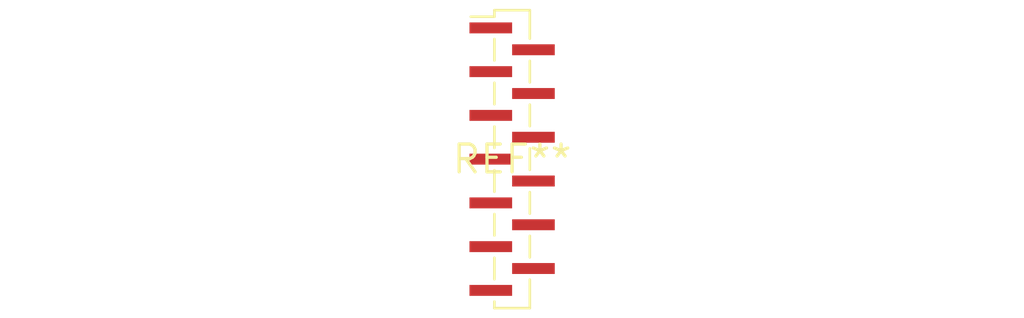
<source format=kicad_pcb>
(kicad_pcb (version 20240108) (generator pcbnew)
  (layers (0 "F.Cu" signal) (31 "B.Cu" signal) (34 "B.Paste" user) (35 "F.Paste" user) (36 "B.SilkS" user "B.Silkscreen") (37 "F.SilkS" user "F.Silkscreen") (38 "B.Mask" user) (39 "F.Mask" user) (44 "Edge.Cuts" user))
  (net 0 "")
  (footprint "PinSocket_1x13_P1.00mm_Vertical_SMD_Pin1Left" (layer "F.Cu") (at 0 0)
    (property "Reference" "REF**")
    (property "Value" "PinSocket_1x13_P1.00mm_Vertical_SMD_Pin1Left")
    (fp_line (start -1.89 -6.51) (end -0.81 -6.51) (layer "F.SilkS") (stroke (width 0.12)))
    (fp_line (start -0.81 -6.81) (end -0.81 -6.51) (layer "F.SilkS") (stroke (width 0.12)))
    (fp_line (start -0.81 -6.81) (end 0.81 -6.81) (layer "F.SilkS") (stroke (width 0.12)))
    (fp_line (start -0.81 -5.49) (end -0.81 -4.51) (layer "F.SilkS") (stroke (width 0.12)))
    (fp_line (start -0.81 -3.49) (end -0.81 -2.51) (layer "F.SilkS") (stroke (width 0.12)))
    (fp_line (start -0.81 -1.49) (end -0.81 -0.51) (layer "F.SilkS") (stroke (width 0.12)))
    (fp_line (start -0.81 0.51) (end -0.81 1.49) (layer "F.SilkS") (stroke (width 0.12)))
    (fp_line (start -0.81 2.51) (end -0.81 3.49) (layer "F.SilkS") (stroke (width 0.12)))
    (fp_line (start -0.81 4.51) (end -0.81 5.49) (layer "F.SilkS") (stroke (width 0.12)))
    (fp_line (start -0.81 6.51) (end -0.81 6.81) (layer "F.SilkS") (stroke (width 0.12)))
    (fp_line (start -0.81 6.81) (end 0.81 6.81) (layer "F.SilkS") (stroke (width 0.12)))
    (fp_line (start 0.81 -6.81) (end 0.81 -5.51) (layer "F.SilkS") (stroke (width 0.12)))
    (fp_line (start 0.81 -4.49) (end 0.81 -3.51) (layer "F.SilkS") (stroke (width 0.12)))
    (fp_line (start 0.81 -2.49) (end 0.81 -1.51) (layer "F.SilkS") (stroke (width 0.12)))
    (fp_line (start 0.81 -0.49) (end 0.81 0.49) (layer "F.SilkS") (stroke (width 0.12)))
    (fp_line (start 0.81 1.51) (end 0.81 2.49) (layer "F.SilkS") (stroke (width 0.12)))
    (fp_line (start 0.81 3.51) (end 0.81 4.49) (layer "F.SilkS") (stroke (width 0.12)))
    (fp_line (start 0.81 5.51) (end 0.81 6.81) (layer "F.SilkS") (stroke (width 0.12)))
    (pad "1" smd rect (at -0.975 -6) (size 1.95 0.5) (layers "F.Cu" "F.Paste" "F.Mask"))
    (pad "2" smd rect (at 0.975 -5) (size 1.95 0.5) (layers "F.Cu" "F.Paste" "F.Mask"))
    (pad "3" smd rect (at -0.975 -4) (size 1.95 0.5) (layers "F.Cu" "F.Paste" "F.Mask"))
    (pad "4" smd rect (at 0.975 -3) (size 1.95 0.5) (layers "F.Cu" "F.Paste" "F.Mask"))
    (pad "5" smd rect (at -0.975 -2) (size 1.95 0.5) (layers "F.Cu" "F.Paste" "F.Mask"))
    (pad "6" smd rect (at 0.975 -1) (size 1.95 0.5) (layers "F.Cu" "F.Paste" "F.Mask"))
    (pad "7" smd rect (at -0.975 0) (size 1.95 0.5) (layers "F.Cu" "F.Paste" "F.Mask"))
    (pad "8" smd rect (at 0.975 1) (size 1.95 0.5) (layers "F.Cu" "F.Paste" "F.Mask"))
    (pad "9" smd rect (at -0.975 2) (size 1.95 0.5) (layers "F.Cu" "F.Paste" "F.Mask"))
    (pad "10" smd rect (at 0.975 3) (size 1.95 0.5) (layers "F.Cu" "F.Paste" "F.Mask"))
    (pad "11" smd rect (at -0.975 4) (size 1.95 0.5) (layers "F.Cu" "F.Paste" "F.Mask"))
    (pad "12" smd rect (at 0.975 5) (size 1.95 0.5) (layers "F.Cu" "F.Paste" "F.Mask"))
    (pad "13" smd rect (at -0.975 6) (size 1.95 0.5) (layers "F.Cu" "F.Paste" "F.Mask"))
  )
)
</source>
